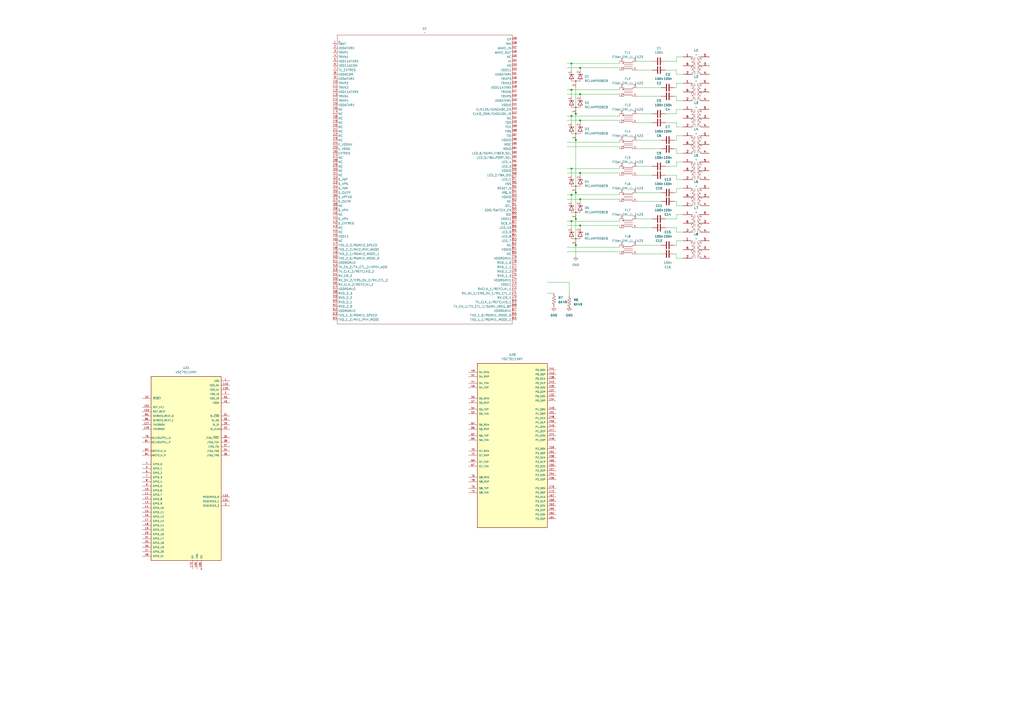
<source format=kicad_sch>
(kicad_sch (version 20250114) (generator "eeschema") (generator_version "9.0")
  (paper "A2")
  (lib_symbols
    (symbol "Device:C" (pin_numbers (hide yes)) (pin_names (offset 0.254))
      (property "Reference" "C" (at 0.635 2.54 0))
      (property "Value" "C" (at 0.635 -2.54 0))
      (symbol "C_1_1"
        (pin passive line (at 0 3.81 270) (length 2.794) (name "~") (number "1"))
        (pin passive line (at 0 -3.81 90) (length 2.794) (name "~") (number "2"))
      )
    )
    (symbol "Device:Filter_EMI_LL_1423" (pin_names (hide yes))
      (property "Reference" "FL" (at 0 4.445 0))
      (property "Value" "Filter_EMI_LL_1423" (at 0 -4.445 0))
      (symbol "Filter_EMI_LL_1423_1_1"
        (pin passive line (at -5.08 2.54 0) (length 2.54) (name "2") (number "2"))
        (pin passive line (at -5.08 -2.54 0) (length 2.54) (name "1") (number "1"))
        (pin passive line (at 5.08 2.54 180) (length 2.54) (name "3") (number "3"))
        (pin passive line (at 5.08 -2.54 180) (length 2.54) (name "4") (number "4"))
      )
    )
    (symbol "Device:R_US" (pin_numbers (hide yes)) (pin_names (offset 0))
      (property "Reference" "R" (at 2.54 0 90))
      (property "Value" "R_US" (at -2.54 0 90))
      (symbol "R_US_1_1"
        (pin passive line (at 0 3.81 270) (length 1.27) (name "~") (number "1"))
        (pin passive line (at 0 -3.81 90) (length 1.27) (name "~") (number "2"))
      )
    )
    (symbol "EasyEDA_Lib:GA021G00_C7501941"
      (property "Reference" "L" (at 0 0 0))
      (symbol "GA021G00_C7501941_1_0"
        (pin unspecified line (at -7.62 5.08 0) (length 5.08) (name "1") (number "1"))
        (pin unspecified line (at -7.62 0 0) (length 5.08) (name "6") (number "6"))
        (pin unspecified line (at -7.62 -5.08 0) (length 5.08) (name "2") (number "2"))
        (pin unspecified line (at 7.62 5.08 180) (length 5.08) (name "5") (number "5"))
        (pin unspecified line (at 7.62 0 180) (length 5.08) (name "3") (number "3"))
        (pin unspecified line (at 7.62 -5.08 180) (length 5.08) (name "4") (number "4"))
      )
    )
    (symbol "EasyEDA_Lib:LAN9373-I/ZMX"
      (property "Reference" "U" (at 0 0 0))
      (symbol "LAN9373-I/ZMX_1_0"
        (pin unspecified line (at -53.34 78.74 0) (length 2.54) (name "VBAT") (number "1"))
        (pin unspecified line (at -53.34 76.2 0) (length 2.54) (name "VDDATXRX") (number "2"))
        (pin unspecified line (at -53.34 73.66 0) (length 2.54) (name "TRXP1") (number "3"))
        (pin unspecified line (at -53.34 71.12 0) (length 2.54) (name "TRXN1") (number "4"))
        (pin unspecified line (at -53.34 68.58 0) (length 2.54) (name "VDD11ATXRX") (number "5"))
        (pin unspecified line (at -53.34 66.04 0) (length 2.54) (name "VDD11ACOM") (number "6"))
        (pin unspecified line (at -53.34 63.5 0) (length 2.54) (name "T1_EXTRES") (number "7"))
        (pin unspecified line (at -53.34 60.96 0) (length 2.54) (name "VDDACOM") (number "8"))
        (pin unspecified line (at -53.34 58.42 0) (length 2.54) (name "VDDATXRX") (number "9"))
        (pin unspecified line (at -53.34 55.88 0) (length 2.54) (name "TRXP2") (number "10"))
        (pin unspecified line (at -53.34 53.34 0) (length 2.54) (name "TRXN2") (number "11"))
        (pin unspecified line (at -53.34 50.8 0) (length 2.54) (name "VDD11ATXRX") (number "12"))
        (pin unspecified line (at -53.34 48.26 0) (length 2.54) (name "TRXN4") (number "13"))
        (pin unspecified line (at -53.34 45.72 0) (length 2.54) (name "TRXP4") (number "14"))
        (pin unspecified line (at -53.34 43.18 0) (length 2.54) (name "VDDATXRX") (number "15"))
        (pin unspecified line (at -53.34 40.64 0) (length 2.54) (name "NC") (number "16"))
        (pin unspecified line (at -53.34 38.1 0) (length 2.54) (name "NC") (number "17"))
        (pin unspecified line (at -53.34 35.56 0) (length 2.54) (name "NC") (number "18"))
        (pin unspecified line (at -53.34 33.02 0) (length 2.54) (name "NC") (number "19"))
        (pin unspecified line (at -53.34 30.48 0) (length 2.54) (name "NC") (number "20"))
        (pin unspecified line (at -53.34 27.94 0) (length 2.54) (name "NC") (number "21"))
        (pin unspecified line (at -53.34 25.4 0) (length 2.54) (name "NC") (number "22"))
        (pin unspecified line (at -53.34 22.86 0) (length 2.54) (name "NC") (number "23"))
        (pin unspecified line (at -53.34 20.32 0) (length 2.54) (name "E_VDDHV") (number "24"))
        (pin unspecified line (at -53.34 17.78 0) (length 2.54) (name "E_VDDA") (number "25"))
        (pin unspecified line (at -53.34 15.24 0) (length 2.54) (name "EXTRES") (number "26"))
        (pin unspecified line (at -53.34 12.7 0) (length 2.54) (name "NC") (number "27"))
        (pin unspecified line (at -53.34 10.16 0) (length 2.54) (name "NC") (number "28"))
        (pin unspecified line (at -53.34 7.62 0) (length 2.54) (name "NC") (number "29"))
        (pin unspecified line (at -53.34 5.08 0) (length 2.54) (name "NC") (number "30"))
        (pin unspecified line (at -53.34 2.54 0) (length 2.54) (name "NC") (number "31"))
        (pin unspecified line (at -53.34 0 0) (length 2.54) (name "S_INP") (number "32"))
        (pin unspecified line (at -53.34 -2.54 0) (length 2.54) (name "S_VPS") (number "33"))
        (pin unspecified line (at -53.34 -5.08 0) (length 2.54) (name "S_INM") (number "34"))
        (pin unspecified line (at -53.34 -7.62 0) (length 2.54) (name "S_OUTP") (number "35"))
        (pin unspecified line (at -53.34 -10.16 0) (length 2.54) (name "S_VPTX0") (number "36"))
        (pin unspecified line (at -53.34 -12.7 0) (length 2.54) (name "S_OUTM") (number "37"))
        (pin unspecified line (at -53.34 -15.24 0) (length 2.54) (name "NC") (number "38"))
        (pin unspecified line (at -53.34 -17.78 0) (length 2.54) (name "S_VPH") (number "39"))
        (pin unspecified line (at -53.34 -20.32 0) (length 2.54) (name "NC") (number "40"))
        (pin unspecified line (at -53.34 -22.86 0) (length 2.54) (name "S_VPH") (number "41"))
        (pin unspecified line (at -53.34 -25.4 0) (length 2.54) (name "S_EXTRES") (number "42"))
        (pin unspecified line (at -53.34 -27.94 0) (length 2.54) (name "NC") (number "43"))
        (pin unspecified line (at -53.34 -30.48 0) (length 2.54) (name "NC") (number "44"))
        (pin unspecified line (at -53.34 -33.02 0) (length 2.54) (name "VDD11") (number "45"))
        (pin unspecified line (at -53.34 -35.56 0) (length 2.54) (name "NC") (number "46"))
        (pin unspecified line (at -53.34 -38.1 0) (length 2.54) (name "TXD_2_3/RGMII2_SPEED") (number "47"))
        (pin unspecified line (at -53.34 -40.64 0) (length 2.54) (name "TXD_2_2/MII2_PHY_MODE") (number "48"))
        (pin unspecified line (at -53.34 -43.18 0) (length 2.54) (name "TXD_2_1/RGMII2_MODE_1") (number "49"))
        (pin unspecified line (at -53.34 -45.72 0) (length 2.54) (name "TXD_2_0/RGMII2_MODE_0") (number "50"))
        (pin unspecified line (at -53.34 -48.26 0) (length 2.54) (name "VDDRGMII2") (number "51"))
        (pin unspecified line (at -53.34 -50.8 0) (length 2.54) (name "TX_EN_2/TX_CTL_2/VPHY_ADD") (number "52"))
        (pin unspecified line (at -53.34 -53.34 0) (length 2.54) (name "TX_CLK_2/REFCLKO_2") (number "53"))
        (pin unspecified line (at -53.34 -55.88 0) (length 2.54) (name "RX_ER_2") (number "54"))
        (pin unspecified line (at -53.34 -58.42 0) (length 2.54) (name "RX_DV_2/CRS_DV_2/RX_CTL_2") (number "55"))
        (pin unspecified line (at -53.34 -60.96 0) (length 2.54) (name "RX_CLK_2/REFCLKI_2") (number "56"))
        (pin unspecified line (at -53.34 -63.5 0) (length 2.54) (name "VDDRGMII2") (number "57"))
        (pin unspecified line (at -53.34 -66.04 0) (length 2.54) (name "RXD_2_3") (number "58"))
        (pin unspecified line (at -53.34 -68.58 0) (length 2.54) (name "RXD_2_2") (number "59"))
        (pin unspecified line (at -53.34 -71.12 0) (length 2.54) (name "RXD_2_1") (number "60"))
        (pin unspecified line (at -53.34 -73.66 0) (length 2.54) (name "RXD_2_0") (number "61"))
        (pin unspecified line (at -53.34 -76.2 0) (length 2.54) (name "VDDRGMII2") (number "62"))
        (pin unspecified line (at -53.34 -78.74 0) (length 2.54) (name "TXD_1_3/RGMII1_SPEED") (number "63"))
        (pin unspecified line (at -53.34 -81.28 0) (length 2.54) (name "TXD_1_2/MII1_PHY_MODE") (number "64"))
        (pin unspecified line (at 53.34 81.28 180) (length 2.54) (name "EP") (number "129"))
        (pin unspecified line (at 53.34 78.74 180) (length 2.54) (name "INH") (number "128"))
        (pin unspecified line (at 53.34 76.2 180) (length 2.54) (name "WAKE_IN") (number "127"))
        (pin unspecified line (at 53.34 73.66 180) (length 2.54) (name "WAKE_OUT") (number "126"))
        (pin unspecified line (at 53.34 71.12 180) (length 2.54) (name "NC") (number "125"))
        (pin unspecified line (at 53.34 68.58 180) (length 2.54) (name "XI") (number "124"))
        (pin unspecified line (at 53.34 66.04 180) (length 2.54) (name "XO") (number "123"))
        (pin unspecified line (at 53.34 63.5 180) (length 2.54) (name "VDD11") (number "122"))
        (pin unspecified line (at 53.34 60.96 180) (length 2.54) (name "VDDATXRX") (number "121"))
        (pin unspecified line (at 53.34 58.42 180) (length 2.54) (name "TRXP3") (number "120"))
        (pin unspecified line (at 53.34 55.88 180) (length 2.54) (name "TRXN3") (number "119"))
        (pin unspecified line (at 53.34 53.34 180) (length 2.54) (name "VDD11ATXRX") (number "118"))
        (pin unspecified line (at 53.34 50.8 180) (length 2.54) (name "TRXN5") (number "117"))
        (pin unspecified line (at 53.34 48.26 180) (length 2.54) (name "TRXP5") (number "116"))
        (pin unspecified line (at 53.34 45.72 180) (length 2.54) (name "VDDATXRX") (number "115"))
        (pin unspecified line (at 53.34 43.18 180) (length 2.54) (name "VDDIO") (number "114"))
        (pin unspecified line (at 53.34 40.64 180) (length 2.54) (name "CLK125/CASCADE_EN") (number "113"))
        (pin unspecified line (at 53.34 38.1 180) (length 2.54) (name "CLKO_25M/CASCADE_ID") (number "112"))
        (pin unspecified line (at 53.34 35.56 180) (length 2.54) (name "NC") (number "111"))
        (pin unspecified line (at 53.34 33.02 180) (length 2.54) (name "TDO") (number "110"))
        (pin unspecified line (at 53.34 30.48 180) (length 2.54) (name "TCK") (number "109"))
        (pin unspecified line (at 53.34 27.94 180) (length 2.54) (name "TMS") (number "108"))
        (pin unspecified line (at 53.34 25.4 180) (length 2.54) (name "TDI") (number "107"))
        (pin unspecified line (at 53.34 22.86 180) (length 2.54) (name "VDDIO") (number "106"))
        (pin unspecified line (at 53.34 20.32 180) (length 2.54) (name "MDC") (number "105"))
        (pin unspecified line (at 53.34 17.78 180) (length 2.54) (name "MDIO") (number "104"))
        (pin unspecified line (at 53.34 15.24 180) (length 2.54) (name "LED_6/SGMII_FIBER_SEL") (number "103"))
        (pin unspecified line (at 53.34 12.7 180) (length 2.54) (name "LED_5/IBA_PORT_SEL") (number "102"))
        (pin unspecified line (at 53.34 10.16 180) (length 2.54) (name "LED_4") (number "101"))
        (pin unspecified line (at 53.34 7.62 180) (length 2.54) (name "LED_3") (number "100"))
        (pin unspecified line (at 53.34 5.08 180) (length 2.54) (name "VDDIO") (number "99"))
        (pin unspecified line (at 53.34 2.54 180) (length 2.54) (name "LED_2/IBA_DIS") (number "98"))
        (pin unspecified line (at 53.34 0 180) (length 2.54) (name "LED_1") (number "97"))
        (pin unspecified line (at 53.34 -2.54 180) (length 2.54) (name "VSS") (number "96"))
        (pin unspecified line (at 53.34 -5.08 180) (length 2.54) (name "RESET_N") (number "95"))
        (pin unspecified line (at 53.34 -7.62 180) (length 2.54) (name "IRQ_N") (number "94"))
        (pin unspecified line (at 53.34 -10.16 180) (length 2.54) (name "VDDIO") (number "93"))
        (pin unspecified line (at 53.34 -12.7 180) (length 2.54) (name "NC") (number "92"))
        (pin unspecified line (at 53.34 -15.24 180) (length 2.54) (name "SCL") (number "91"))
        (pin unspecified line (at 53.34 -17.78 180) (length 2.54) (name "SDO/SWITCH_EN") (number "90"))
        (pin unspecified line (at 53.34 -20.32 180) (length 2.54) (name "SDI") (number "89"))
        (pin unspecified line (at 53.34 -22.86 180) (length 2.54) (name "VDD11") (number "88"))
        (pin unspecified line (at 53.34 -25.4 180) (length 2.54) (name "SCS_N") (number "87"))
        (pin unspecified line (at 53.34 -27.94 180) (length 2.54) (name "LED_10") (number "86"))
        (pin unspecified line (at 53.34 -30.48 180) (length 2.54) (name "LED_9") (number "85"))
        (pin unspecified line (at 53.34 -33.02 180) (length 2.54) (name "LED_8") (number "84"))
        (pin unspecified line (at 53.34 -35.56 180) (length 2.54) (name "LED_7") (number "83"))
        (pin unspecified line (at 53.34 -38.1 180) (length 2.54) (name "NC") (number "82"))
        (pin unspecified line (at 53.34 -40.64 180) (length 2.54) (name "VDDIO") (number "81"))
        (pin unspecified line (at 53.34 -43.18 180) (length 2.54) (name "NC") (number "80"))
        (pin unspecified line (at 53.34 -45.72 180) (length 2.54) (name "VDDRGMII1") (number "79"))
        (pin unspecified line (at 53.34 -48.26 180) (length 2.54) (name "RXD_1_0") (number "78"))
        (pin unspecified line (at 53.34 -50.8 180) (length 2.54) (name "RXD_1_1") (number "77"))
        (pin unspecified line (at 53.34 -53.34 180) (length 2.54) (name "RXD_1_2") (number "76"))
        (pin unspecified line (at 53.34 -55.88 180) (length 2.54) (name "RXD_1_3") (number "75"))
        (pin unspecified line (at 53.34 -58.42 180) (length 2.54) (name "VDDRGMII1") (number "74"))
        (pin unspecified line (at 53.34 -60.96 180) (length 2.54) (name "VDD11") (number "73"))
        (pin unspecified line (at 53.34 -63.5 180) (length 2.54) (name "RXCLK_1/REFCLKI_1") (number "72"))
        (pin unspecified line (at 53.34 -66.04 180) (length 2.54) (name "RX_DV_1/CRS_DV_1/RX_CTL_1") (number "71"))
        (pin unspecified line (at 53.34 -68.58 180) (length 2.54) (name "RX_ER_1") (number "70"))
        (pin unspecified line (at 53.34 -71.12 180) (length 2.54) (name "TX_CLK_1/REFCLKO_1") (number "69"))
        (pin unspecified line (at 53.34 -73.66 180) (length 2.54) (name "TX_EN_1/TX_CTL_1/SGMII_VREG_BP") (number "68"))
        (pin unspecified line (at 53.34 -76.2 180) (length 2.54) (name "VDDRGMII1") (number "67"))
        (pin unspecified line (at 53.34 -78.74 180) (length 2.54) (name "TXD_1_0/RGMII1_MODE_0") (number "66"))
        (pin unspecified line (at 53.34 -81.28 180) (length 2.54) (name "TXD_1_1/RGMII1_MODE_1") (number "65"))
      )
    )
    (symbol "Power_Protection:RCLAMP0582B" (pin_names (hide yes))
      (property "Reference" "D" (at 0 5.08 0))
      (property "Value" "RCLAMP0582B" (at 0 -5.08 0))
      (symbol "RCLAMP0582B_0_1"
        (pin passive line (at -5.08 0 0) (length 2.54) (name "A") (number "3"))
      )
      (symbol "RCLAMP0582B_1_1"
        (pin passive line (at 5.08 2.54 180) (length 2.54) (name "K1") (number "1"))
        (pin passive line (at 5.08 -2.54 180) (length 2.54) (name "K2") (number "2"))
      )
    )
    (symbol "SPE_SWITCH:VSC7511XMY" (pin_names (offset 1.016))
      (property "Reference" "U" (at -20.32 56.642 0))
      (property "Value" "VSC7511XMY" (at -20.066 -53.594 0))
      (symbol "VSC7511XMY_1_0"
        (pin input line (at -25.4 43.18 0) (length 5.08) (name "~{RESET}") (number "33"))
        (pin input line (at -25.4 38.1 0) (length 5.08) (name "REF_FILT") (number "152"))
        (pin input line (at -25.4 35.56 0) (length 5.08) (name "REF_REXT") (number "153"))
        (pin input line (at -25.4 33.02 0) (length 5.08) (name "SERDES_REXT_0") (number "85"))
        (pin input line (at -25.4 30.48 0) (length 5.08) (name "SERDES_REXT_1") (number "86"))
        (pin input line (at -25.4 27.94 0) (length 5.08) (name "THERMDA") (number "127"))
        (pin input line (at -25.4 25.4 0) (length 5.08) (name "THERMDC") (number "129"))
        (pin input clock (at -25.4 20.32 0) (length 5.08) (name "CLKOUTPLL_N") (number "79"))
        (pin input clock (at -25.4 17.78 0) (length 5.08) (name "CLKOUTPLL_P") (number "81"))
        (pin input clock (at -25.4 12.7 0) (length 5.08) (name "REFCLK_N") (number "82"))
        (pin input clock (at -25.4 10.16 0) (length 5.08) (name "REFCLK_P") (number "84"))
        (pin bidirectional line (at -25.4 5.08 0) (length 5.08) (name "GPIO_0") (number "4"))
        (pin bidirectional line (at -25.4 2.54 0) (length 5.08) (name "GPIO_1") (number "5"))
        (pin bidirectional line (at -25.4 0 0) (length 5.08) (name "GPIO_2") (number "6"))
        (pin bidirectional line (at -25.4 -2.54 0) (length 5.08) (name "GPIO_3") (number "7"))
        (pin bidirectional line (at -25.4 -5.08 0) (length 5.08) (name "GPIO_4") (number "8"))
        (pin bidirectional line (at -25.4 -7.62 0) (length 5.08) (name "GPIO_5") (number "9"))
        (pin bidirectional line (at -25.4 -10.16 0) (length 5.08) (name "GPIO_6") (number "10"))
        (pin bidirectional line (at -25.4 -12.7 0) (length 5.08) (name "GPIO_7") (number "11"))
        (pin bidirectional line (at -25.4 -15.24 0) (length 5.08) (name "GPIO_8") (number "12"))
        (pin bidirectional line (at -25.4 -17.78 0) (length 5.08) (name "GPIO_9") (number "13"))
        (pin bidirectional line (at -25.4 -20.32 0) (length 5.08) (name "GPIO_10") (number "14"))
        (pin bidirectional line (at -25.4 -22.86 0) (length 5.08) (name "GPIO_11") (number "15"))
        (pin bidirectional line (at -25.4 -25.4 0) (length 5.08) (name "GPIO_12") (number "16"))
        (pin bidirectional line (at -25.4 -27.94 0) (length 5.08) (name "GPIO_13") (number "17"))
        (pin bidirectional line (at -25.4 -30.48 0) (length 5.08) (name "GPIO_14") (number "18"))
        (pin bidirectional line (at -25.4 -33.02 0) (length 5.08) (name "GPIO_15") (number "19"))
        (pin bidirectional line (at -25.4 -35.56 0) (length 5.08) (name "GPIO_16") (number "20"))
        (pin bidirectional line (at -25.4 -38.1 0) (length 5.08) (name "GPIO_17") (number "21"))
        (pin bidirectional line (at -25.4 -40.64 0) (length 5.08) (name "GPIO_18") (number "25"))
        (pin bidirectional line (at -25.4 -43.18 0) (length 5.08) (name "GPIO_19") (number "26"))
        (pin bidirectional line (at -25.4 -45.72 0) (length 5.08) (name "GPIO_20") (number "27"))
        (pin bidirectional line (at -25.4 -48.26 0) (length 5.08) (name "GPIO_21") (number "28"))
        (pin power_in line (at 3.81 -55.88 90) (length 5.08) (name "EP") (number "173"))
        (pin power_in line (at 6.35 -55.88 90) (length 5.08) (name "VSS") (number "109"))
        (pin power_in line (at 6.35 -55.88 90) (length 5.08) (hide yes) (name "VSS") (number "119"))
        (pin no_connect line (at 8.89 -55.88 90) (length 5.08) (name "NC") (number "106"))
        (pin no_connect line (at 8.89 -55.88 90) (length 5.08) (hide yes) (name "NC") (number "111"))
        (pin no_connect line (at 8.89 -55.88 90) (length 5.08) (hide yes) (name "NC") (number "113"))
        (pin no_connect line (at 8.89 -55.88 90) (length 5.08) (hide yes) (name "NC") (number "115"))
        (pin no_connect line (at 8.89 -55.88 90) (length 5.08) (hide yes) (name "NC") (number "117"))
        (pin no_connect line (at 8.89 -55.88 90) (length 5.08) (hide yes) (name "NC") (number "121"))
        (pin no_connect line (at 8.89 -55.88 90) (length 5.08) (hide yes) (name "NC") (number "123"))
        (pin no_connect line (at 8.89 -55.88 90) (length 5.08) (hide yes) (name "NC") (number "124"))
        (pin no_connect line (at 8.89 -55.88 90) (length 5.08) (hide yes) (name "NC") (number "125"))
        (pin no_connect line (at 8.89 -55.88 90) (length 5.08) (hide yes) (name "NC") (number "126"))
        (pin no_connect line (at 8.89 -55.88 90) (length 5.08) (hide yes) (name "NC") (number "128"))
        (pin no_connect line (at 8.89 -55.88 90) (length 5.08) (hide yes) (name "NC") (number "171"))
        (pin no_connect line (at 8.89 -55.88 90) (length 5.08) (hide yes) (name "NC") (number "45"))
        (pin no_connect line (at 8.89 -55.88 90) (length 5.08) (hide yes) (name "NC") (number "53"))
        (pin no_connect line (at 8.89 -55.88 90) (length 5.08) (hide yes) (name "NC") (number "71"))
        (pin no_connect line (at 8.89 -55.88 90) (length 5.08) (hide yes) (name "NC") (number "87"))
        (pin no_connect line (at 8.89 -55.88 90) (length 5.08) (hide yes) (name "NC") (number "88"))
        (pin no_connect line (at 8.89 -55.88 90) (length 5.08) (hide yes) (name "NC") (number "89"))
        (pin no_connect line (at 8.89 -55.88 90) (length 5.08) (hide yes) (name "NC") (number "90"))
        (pin no_connect line (at 8.89 -55.88 90) (length 5.08) (hide yes) (name "NC") (number "91"))
        (pin no_connect line (at 8.89 -55.88 90) (length 5.08) (hide yes) (name "NC") (number "94"))
        (pin power_in line (at 25.4 53.34 180) (length 5.08) (name "VDD") (number "1"))
        (pin power_in line (at 25.4 53.34 180) (length 5.08) (hide yes) (name "VDD") (number "100"))
        (pin power_in line (at 25.4 53.34 180) (length 5.08) (hide yes) (name "VDD") (number "101"))
        (pin power_in line (at 25.4 53.34 180) (length 5.08) (hide yes) (name "VDD") (number "102"))
        (pin power_in line (at 25.4 53.34 180) (length 5.08) (hide yes) (name "VDD") (number "103"))
        (pin power_in line (at 25.4 53.34 180) (length 5.08) (hide yes) (name "VDD") (number "104"))
        (pin power_in line (at 25.4 53.34 180) (length 5.08) (hide yes) (name "VDD") (number "105"))
        (pin power_in line (at 25.4 53.34 180) (length 5.08) (hide yes) (name "VDD") (number "107"))
        (pin power_in line (at 25.4 53.34 180) (length 5.08) (hide yes) (name "VDD") (number "108"))
        (pin power_in line (at 25.4 53.34 180) (length 5.08) (hide yes) (name "VDD") (number "110"))
        (pin power_in line (at 25.4 53.34 180) (length 5.08) (hide yes) (name "VDD") (number "112"))
        (pin power_in line (at 25.4 53.34 180) (length 5.08) (hide yes) (name "VDD") (number "114"))
        (pin power_in line (at 25.4 53.34 180) (length 5.08) (hide yes) (name "VDD") (number "116"))
        (pin power_in line (at 25.4 53.34 180) (length 5.08) (hide yes) (name "VDD") (number "118"))
        (pin power_in line (at 25.4 53.34 180) (length 5.08) (hide yes) (name "VDD") (number "120"))
        (pin power_in line (at 25.4 53.34 180) (length 5.08) (hide yes) (name "VDD") (number "122"))
        (pin power_in line (at 25.4 53.34 180) (length 5.08) (hide yes) (name "VDD") (number "130"))
        (pin power_in line (at 25.4 53.34 180) (length 5.08) (hide yes) (name "VDD") (number "136"))
        (pin power_in line (at 25.4 53.34 180) (length 5.08) (hide yes) (name "VDD") (number "23"))
        (pin power_in line (at 25.4 53.34 180) (length 5.08) (hide yes) (name "VDD") (number "43"))
        (pin power_in line (at 25.4 53.34 180) (length 5.08) (hide yes) (name "VDD") (number "47"))
        (pin power_in line (at 25.4 53.34 180) (length 5.08) (hide yes) (name "VDD") (number "61"))
        (pin power_in line (at 25.4 53.34 180) (length 5.08) (hide yes) (name "VDD") (number "83"))
        (pin power_in line (at 25.4 53.34 180) (length 5.08) (hide yes) (name "VDD") (number "92"))
        (pin power_in line (at 25.4 53.34 180) (length 5.08) (hide yes) (name "VDD") (number "93"))
        (pin power_in line (at 25.4 53.34 180) (length 5.08) (hide yes) (name "VDD") (number "95"))
        (pin power_in line (at 25.4 53.34 180) (length 5.08) (hide yes) (name "VDD") (number "96"))
        (pin power_in line (at 25.4 53.34 180) (length 5.08) (hide yes) (name "VDD") (number "97"))
        (pin power_in line (at 25.4 53.34 180) (length 5.08) (hide yes) (name "VDD") (number "98"))
        (pin power_in line (at 25.4 53.34 180) (length 5.08) (hide yes) (name "VDD") (number "99"))
        (pin power_in line (at 25.4 50.8 180) (length 5.08) (name "VDD_AH") (number "140"))
        (pin power_in line (at 25.4 50.8 180) (length 5.08) (hide yes) (name "VDD_AH") (number "166"))
        (pin power_in line (at 25.4 48.26 180) (length 5.08) (name "VDD_AL") (number "139"))
        (pin power_in line (at 25.4 48.26 180) (length 5.08) (hide yes) (name "VDD_AL") (number "168"))
        (pin power_in line (at 25.4 45.72 180) (length 5.08) (name "VDD_IO") (number "2"))
        (pin power_in line (at 25.4 45.72 180) (length 5.08) (hide yes) (name "VDD_IO") (number "22"))
        (pin power_in line (at 25.4 45.72 180) (length 5.08) (hide yes) (name "VDD_IO") (number "24"))
        (pin power_in line (at 25.4 45.72 180) (length 5.08) (hide yes) (name "VDD_IO") (number "39"))
        (pin power_in line (at 25.4 45.72 180) (length 5.08) (hide yes) (name "VDD_IO") (number "59"))
        (pin power_in line (at 25.4 45.72 180) (length 5.08) (hide yes) (name "VDD_IO") (number "80"))
        (pin power_in line (at 25.4 43.18 180) (length 5.08) (name "VDD_VS") (number "50"))
        (pin power_in line (at 25.4 43.18 180) (length 5.08) (hide yes) (name "VDD_VS") (number "56"))
        (pin power_in line (at 25.4 43.18 180) (length 5.08) (hide yes) (name "VDD_VS") (number "63"))
        (pin power_in line (at 25.4 43.18 180) (length 5.08) (hide yes) (name "VDD_VS") (number "68"))
        (pin power_in line (at 25.4 43.18 180) (length 5.08) (hide yes) (name "VDD_VS") (number "74"))
        (pin power_in line (at 25.4 40.64 180) (length 5.08) (name "VDDA") (number "40"))
        (pin power_in line (at 25.4 40.64 180) (length 5.08) (hide yes) (name "VDDA") (number "41"))
        (pin power_in line (at 25.4 40.64 180) (length 5.08) (hide yes) (name "VDDA") (number "42"))
        (pin power_in line (at 25.4 40.64 180) (length 5.08) (hide yes) (name "VDDA") (number "48"))
        (pin power_in line (at 25.4 40.64 180) (length 5.08) (hide yes) (name "VDDA") (number "58"))
        (pin power_in line (at 25.4 40.64 180) (length 5.08) (hide yes) (name "VDDA") (number "65"))
        (pin power_in line (at 25.4 40.64 180) (length 5.08) (hide yes) (name "VDDA") (number "77"))
        (pin bidirectional line (at 25.4 33.02 180) (length 5.08) (name "SI_~{CS0}") (number "31"))
        (pin output line (at 25.4 30.48 180) (length 5.08) (name "SI_DO") (number "30"))
        (pin input line (at 25.4 27.94 180) (length 5.08) (name "SI_DI") (number "29"))
        (pin bidirectional clock (at 25.4 25.4 180) (length 5.08) (name "SI_CLK") (number "32"))
        (pin input line (at 25.4 20.32 180) (length 5.08) (name "JTAG_~{TRST}") (number "35"))
        (pin input line (at 25.4 17.78 180) (length 5.08) (name "JTAG_TCK") (number "38"))
        (pin input line (at 25.4 15.24 180) (length 5.08) (name "JTAG_TDI") (number "37"))
        (pin output line (at 25.4 12.7 180) (length 5.08) (name "JTAG_TDO") (number "34"))
        (pin input line (at 25.4 10.16 180) (length 5.08) (name "JTAG_TMS") (number "36"))
        (pin bidirectional line (at 25.4 -13.97 180) (length 5.08) (name "RESERVED_0") (number "133"))
        (pin bidirectional line (at 25.4 -16.51 180) (length 5.08) (name "RESERVED_1") (number "131"))
        (pin bidirectional line (at 25.4 -19.05 180) (length 5.08) (name "RESERVED_3") (number "3"))
      )
      (symbol "VSC7511XMY_2_0"
        (pin input line (at -25.4 38.1 0) (length 5.08) (name "S4_RXN") (number "49"))
        (pin input line (at -25.4 35.56 0) (length 5.08) (name "S4_RXP") (number "51"))
        (pin output line (at -25.4 31.75 0) (length 5.08) (name "S4_TXN") (number "44"))
        (pin output line (at -25.4 29.21 0) (length 5.08) (name "S4_TXP") (number "46"))
        (pin input line (at -25.4 22.86 0) (length 5.08) (name "S5_RXN") (number "55"))
        (pin input line (at -25.4 20.32 0) (length 5.08) (name "S5_RXP") (number "57"))
        (pin output line (at -25.4 16.51 0) (length 5.08) (name "S5_TXP") (number "54"))
        (pin output line (at -25.4 13.97 0) (length 5.08) (name "S5_TXN") (number "52"))
        (pin input line (at -25.4 7.62 0) (length 5.08) (name "S6_RXN") (number "64"))
        (pin input line (at -25.4 5.08 0) (length 5.08) (name "S6_RXP") (number "66"))
        (pin output line (at -25.4 1.27 0) (length 5.08) (name "S6_TXP") (number "62"))
        (pin output line (at -25.4 -1.27 0) (length 5.08) (name "S6_TXN") (number "60"))
        (pin input line (at -25.4 -7.62 0) (length 5.08) (name "S7_RXN") (number "70"))
        (pin input line (at -25.4 -10.16 0) (length 5.08) (name "S7_RXP") (number "72"))
        (pin output line (at -25.4 -13.97 0) (length 5.08) (name "S7_TXP") (number "69"))
        (pin output line (at -25.4 -16.51 0) (length 5.08) (name "S7_TXN") (number "67"))
        (pin input line (at -25.4 -22.86 0) (length 5.08) (name "S8_RXN") (number "76"))
        (pin input line (at -25.4 -25.4 0) (length 5.08) (name "S8_RXP") (number "78"))
        (pin output line (at -25.4 -29.21 0) (length 5.08) (name "S8_TXP") (number "75"))
        (pin output line (at -25.4 -31.75 0) (length 5.08) (name "S8_TXN") (number "73"))
        (pin bidirectional line (at 25.4 39.37 180) (length 5.08) (name "P0_D0N") (number "141"))
        (pin bidirectional line (at 25.4 36.83 180) (length 5.08) (name "P0_D0P") (number "143"))
        (pin bidirectional line (at 25.4 34.29 180) (length 5.08) (name "P0_D1N") (number "138"))
        (pin bidirectional line (at 25.4 31.75 180) (length 5.08) (name "P0_D1P") (number "142"))
        (pin bidirectional line (at 25.4 29.21 180) (length 5.08) (name "P0_D2N") (number "135"))
        (pin bidirectional line (at 25.4 26.67 180) (length 5.08) (name "P0_D2P") (number "137"))
        (pin bidirectional line (at 25.4 24.13 180) (length 5.08) (name "P0_D3N") (number "132"))
        (pin bidirectional line (at 25.4 21.59 180) (length 5.08) (name "P0_D3P") (number "134"))
        (pin bidirectional line (at 25.4 16.51 180) (length 5.08) (name "P1_D0N") (number "149"))
        (pin bidirectional line (at 25.4 13.97 180) (length 5.08) (name "P1_D0P") (number "151"))
        (pin bidirectional line (at 25.4 11.43 180) (length 5.08) (name "P1_D1N") (number "148"))
        (pin bidirectional line (at 25.4 8.89 180) (length 5.08) (name "P1_D1P") (number "150"))
        (pin bidirectional line (at 25.4 6.35 180) (length 5.08) (name "P1_D2N") (number "145"))
        (pin bidirectional line (at 25.4 3.81 180) (length 5.08) (name "P1_D2P") (number "147"))
        (pin bidirectional line (at 25.4 1.27 180) (length 5.08) (name "P1_D3N") (number "144"))
        (pin bidirectional line (at 25.4 -1.27 180) (length 5.08) (name "P1_D3P") (number "146"))
        (pin bidirectional line (at 25.4 -6.35 180) (length 5.08) (name "P2_D0N") (number "159"))
        (pin bidirectional line (at 25.4 -8.89 180) (length 5.08) (name "P2_D0P") (number "161"))
        (pin bidirectional line (at 25.4 -11.43 180) (length 5.08) (name "P2_D1N") (number "158"))
        (pin bidirectional line (at 25.4 -13.97 180) (length 5.08) (name "P2_D1P") (number "160"))
        (pin bidirectional line (at 25.4 -16.51 180) (length 5.08) (name "P2_D2N") (number "155"))
        (pin bidirectional line (at 25.4 -19.05 180) (length 5.08) (name "P2_D2P") (number "157"))
        (pin bidirectional line (at 25.4 -21.59 180) (length 5.08) (name "P2_D3N") (number "154"))
        (pin bidirectional line (at 25.4 -24.13 180) (length 5.08) (name "P2_D3P") (number "156"))
        (pin bidirectional line (at 25.4 -29.21 180) (length 5.08) (name "P3_D0N") (number "170"))
        (pin bidirectional line (at 25.4 -31.75 180) (length 5.08) (name "P3_D0P") (number "172"))
        (pin bidirectional line (at 25.4 -34.29 180) (length 5.08) (name "P3_D1N") (number "167"))
        (pin bidirectional line (at 25.4 -36.83 180) (length 5.08) (name "P3_D1P") (number "169"))
        (pin bidirectional line (at 25.4 -39.37 180) (length 5.08) (name "P3_D2N") (number "163"))
        (pin bidirectional line (at 25.4 -41.91 180) (length 5.08) (name "P3_D2P") (number "165"))
        (pin bidirectional line (at 25.4 -44.45 180) (length 5.08) (name "P3_D3N") (number "162"))
        (pin bidirectional line (at 25.4 -46.99 180) (length 5.08) (name "P3_D3P") (number "164"))
      )
    )
    (symbol "power:GND" (power) (pin_numbers (hide yes)) (pin_names (offset 0) (hide yes))
      (property "Value" "GND" (at 0 -3.81 0))
      (symbol "GND_1_1"
        (pin power_in line (at 0 0 270) (length 0) (name "~") (number "1"))
      )
    )
  )
  (junction (at 331.47 52.07))
  (junction (at 334.01 142.24))
  (junction (at 336.55 54.61))
  (junction (at 331.47 36.83))
  (junction (at 331.47 128.27))
  (junction (at 331.47 113.03))
  (junction (at 334.01 111.76))
  (junction (at 334.01 66.04))
  (junction (at 336.55 130.81))
  (junction (at 336.55 69.85))
  (junction (at 334.01 127))
  (junction (at 336.55 100.33))
  (junction (at 336.55 115.57))
  (junction (at 336.55 39.37))
  (junction (at 334.01 81.28))
  (junction (at 331.47 67.31))
  (junction (at 331.47 97.79))
  (wire (pts (xy 359.41 52.07) (xy 331.47 52.07)))
  (wire (pts (xy 331.47 67.31) (xy 328.93 67.31)))
  (wire (pts (xy 359.41 82.55) (xy 328.93 82.55)))
  (wire (pts (xy 328.93 36.83) (xy 331.47 36.83)))
  (wire (pts (xy 386.08 132.08) (xy 392.43 132.08)))
  (wire (pts (xy 336.55 130.81) (xy 336.55 132.08)))
  (wire (pts (xy 359.41 143.51) (xy 328.93 143.51)))
  (wire (pts (xy 386.08 96.52) (xy 392.43 96.52)))
  (wire (pts (xy 336.55 54.61) (xy 359.41 54.61)))
  (wire (pts (xy 369.57 142.24) (xy 383.54 142.24)))
  (wire (pts (xy 392.43 93.98) (xy 396.24 93.98)))
  (wire (pts (xy 336.55 115.57) (xy 359.41 115.57)))
  (wire (pts (xy 392.43 119.38) (xy 396.24 119.38)))
  (wire (pts (xy 334.01 81.28) (xy 334.01 111.76)))
  (wire (pts (xy 392.43 101.6) (xy 392.43 104.14)))
  (wire (pts (xy 396.24 139.7) (xy 392.43 139.7)))
  (wire (pts (xy 392.43 71.12) (xy 392.43 73.66)))
  (wire (pts (xy 334.01 66.04) (xy 334.01 81.28)))
  (wire (pts (xy 392.43 147.32) (xy 392.43 149.86)))
  (wire (pts (xy 359.41 128.27) (xy 331.47 128.27)))
  (wire (pts (xy 392.43 40.64) (xy 392.43 43.18)))
  (wire (pts (xy 331.47 113.03) (xy 328.93 113.03)))
  (wire (pts (xy 386.08 127) (xy 392.43 127)))
  (wire (pts (xy 331.47 36.83) (xy 331.47 40.64)))
  (wire (pts (xy 336.55 100.33) (xy 336.55 101.6)))
  (wire (pts (xy 359.41 50.8) (xy 359.41 52.07)))
  (wire (pts (xy 328.93 115.57) (xy 336.55 115.57)))
  (wire (pts (xy 328.93 85.09) (xy 359.41 85.09)))
  (wire (pts (xy 331.47 97.79) (xy 359.41 97.79)))
  (wire (pts (xy 392.43 127) (xy 392.43 124.46)))
  (wire (pts (xy 392.43 88.9) (xy 396.24 88.9)))
  (wire (pts (xy 328.93 39.37) (xy 336.55 39.37)))
  (wire (pts (xy 336.55 54.61) (xy 336.55 55.88)))
  (wire (pts (xy 392.43 55.88) (xy 392.43 58.42)))
  (wire (pts (xy 392.43 134.62) (xy 396.24 134.62)))
  (wire (pts (xy 359.41 54.61) (xy 359.41 55.88)))
  (wire (pts (xy 369.57 81.28) (xy 383.54 81.28)))
  (wire (pts (xy 331.47 67.31) (xy 331.47 71.12)))
  (wire (pts (xy 331.47 97.79) (xy 331.47 101.6)))
  (wire (pts (xy 392.43 124.46) (xy 396.24 124.46)))
  (wire (pts (xy 331.47 52.07) (xy 328.93 52.07)))
  (wire (pts (xy 369.57 55.88) (xy 383.54 55.88)))
  (wire (pts (xy 359.41 130.81) (xy 359.41 132.08)))
  (wire (pts (xy 336.55 130.81) (xy 359.41 130.81)))
  (wire (pts (xy 386.08 101.6) (xy 392.43 101.6)))
  (wire (pts (xy 328.93 97.79) (xy 331.47 97.79)))
  (wire (pts (xy 369.57 86.36) (xy 383.54 86.36)))
  (wire (pts (xy 369.57 35.56) (xy 378.46 35.56)))
  (wire (pts (xy 392.43 96.52) (xy 392.43 93.98)))
  (wire (pts (xy 334.01 142.24) (xy 334.01 148.59)))
  (wire (pts (xy 336.55 39.37) (xy 359.41 39.37)))
  (wire (pts (xy 328.93 54.61) (xy 336.55 54.61)))
  (wire (pts (xy 336.55 69.85) (xy 336.55 71.12)))
  (wire (pts (xy 359.41 66.04) (xy 359.41 67.31)))
  (wire (pts (xy 392.43 104.14) (xy 396.24 104.14)))
  (wire (pts (xy 334.01 127) (xy 334.01 142.24)))
  (wire (pts (xy 336.55 69.85) (xy 359.41 69.85)))
  (wire (pts (xy 331.47 128.27) (xy 328.93 128.27)))
  (wire (pts (xy 392.43 139.7) (xy 392.43 142.24)))
  (wire (pts (xy 392.43 142.24) (xy 391.16 142.24)))
  (wire (pts (xy 359.41 100.33) (xy 359.41 101.6)))
  (wire (pts (xy 369.57 147.32) (xy 383.54 147.32)))
  (wire (pts (xy 392.43 86.36) (xy 392.43 88.9)))
  (wire (pts (xy 369.57 127) (xy 378.46 127)))
  (wire (pts (xy 359.41 85.09) (xy 359.41 86.36)))
  (wire (pts (xy 336.55 100.33) (xy 359.41 100.33)))
  (wire (pts (xy 396.24 78.74) (xy 392.43 78.74)))
  (wire (pts (xy 331.47 113.03) (xy 331.47 116.84)))
  (wire (pts (xy 330.2 163.83) (xy 317.5 163.83)))
  (wire (pts (xy 392.43 33.02) (xy 396.24 33.02)))
  (wire (pts (xy 369.57 71.12) (xy 378.46 71.12)))
  (wire (pts (xy 328.93 130.81) (xy 336.55 130.81)))
  (wire (pts (xy 392.43 111.76) (xy 391.16 111.76)))
  (wire (pts (xy 392.43 73.66) (xy 396.24 73.66)))
  (wire (pts (xy 396.24 109.22) (xy 392.43 109.22)))
  (wire (pts (xy 359.41 36.83) (xy 359.41 35.56)))
  (wire (pts (xy 369.57 40.64) (xy 378.46 40.64)))
  (wire (pts (xy 321.31 170.18) (xy 317.5 170.18)))
  (wire (pts (xy 391.16 55.88) (xy 392.43 55.88)))
  (wire (pts (xy 328.93 100.33) (xy 336.55 100.33)))
  (wire (pts (xy 386.08 35.56) (xy 392.43 35.56)))
  (wire (pts (xy 328.93 146.05) (xy 359.41 146.05)))
  (wire (pts (xy 331.47 52.07) (xy 331.47 55.88)))
  (wire (pts (xy 386.08 66.04) (xy 392.43 66.04)))
  (wire (pts (xy 359.41 127) (xy 359.41 128.27)))
  (wire (pts (xy 392.43 35.56) (xy 392.43 33.02)))
  (wire (pts (xy 359.41 81.28) (xy 359.41 82.55)))
  (wire (pts (xy 369.57 132.08) (xy 378.46 132.08)))
  (wire (pts (xy 359.41 111.76) (xy 359.41 113.03)))
  (wire (pts (xy 359.41 69.85) (xy 359.41 71.12)))
  (wire (pts (xy 369.57 66.04) (xy 378.46 66.04)))
  (wire (pts (xy 334.01 50.8) (xy 334.01 66.04)))
  (wire (pts (xy 369.57 111.76) (xy 383.54 111.76)))
  (wire (pts (xy 391.16 147.32) (xy 392.43 147.32)))
  (wire (pts (xy 336.55 39.37) (xy 336.55 40.64)))
  (wire (pts (xy 330.2 171.45) (xy 330.2 163.83)))
  (wire (pts (xy 369.57 96.52) (xy 378.46 96.52)))
  (wire (pts (xy 391.16 86.36) (xy 392.43 86.36)))
  (wire (pts (xy 359.41 115.57) (xy 359.41 116.84)))
  (wire (pts (xy 391.16 116.84) (xy 392.43 116.84)))
  (wire (pts (xy 334.01 111.76) (xy 334.01 127)))
  (wire (pts (xy 386.08 71.12) (xy 392.43 71.12)))
  (wire (pts (xy 359.41 67.31) (xy 331.47 67.31)))
  (wire (pts (xy 392.43 63.5) (xy 396.24 63.5)))
  (wire (pts (xy 396.24 48.26) (xy 392.43 48.26)))
  (wire (pts (xy 392.43 66.04) (xy 392.43 63.5)))
  (wire (pts (xy 392.43 58.42) (xy 396.24 58.42)))
  (wire (pts (xy 392.43 132.08) (xy 392.43 134.62)))
  (wire (pts (xy 392.43 50.8) (xy 391.16 50.8)))
  (wire (pts (xy 336.55 115.57) (xy 336.55 116.84)))
  (wire (pts (xy 392.43 78.74) (xy 392.43 81.28)))
  (wire (pts (xy 331.47 36.83) (xy 359.41 36.83)))
  (wire (pts (xy 392.43 43.18) (xy 396.24 43.18)))
  (wire (pts (xy 359.41 39.37) (xy 359.41 40.64)))
  (wire (pts (xy 330.2 177.8) (xy 330.2 179.07)))
  (wire (pts (xy 392.43 116.84) (xy 392.43 119.38)))
  (wire (pts (xy 392.43 149.86) (xy 396.24 149.86)))
  (wire (pts (xy 359.41 97.79) (xy 359.41 96.52)))
  (wire (pts (xy 369.57 116.84) (xy 383.54 116.84)))
  (wire (pts (xy 359.41 113.03) (xy 331.47 113.03)))
  (wire (pts (xy 369.57 101.6) (xy 378.46 101.6)))
  (wire (pts (xy 359.41 142.24) (xy 359.41 143.51)))
  (wire (pts (xy 331.47 128.27) (xy 331.47 132.08)))
  (wire (pts (xy 386.08 40.64) (xy 392.43 40.64)))
  (wire (pts (xy 392.43 48.26) (xy 392.43 50.8)))
  (wire (pts (xy 392.43 109.22) (xy 392.43 111.76)))
  (wire (pts (xy 369.57 50.8) (xy 383.54 50.8)))
  (wire (pts (xy 392.43 81.28) (xy 391.16 81.28)))
  (wire (pts (xy 359.41 146.05) (xy 359.41 147.32)))
  (wire (pts (xy 328.93 69.85) (xy 336.55 69.85)))
  (symbol (lib_id "Device:C") (at 387.35 86.36 90) (mirror x) (unit 1)
    (property "Reference" "C8" (at 387.35 93.98 90))
    (property "Value" "100n" (at 387.35 91.44 90))
    (property "Description" "Unpolarized capacitor" (effects (hide yes)))
  )
  (symbol (lib_id "Power_Protection:RCLAMP0582B") (at 334.01 137.16 90) (unit 1)
    (property "Reference" "D6" (at 339.09 135.8264 90) (effects (justify right)))
    (property "Value" "RCLAMP0582B" (at 339.09 138.3664 90) (effects (justify right)))
    (property "Footprint" "Package_TO_SOT_SMD:SOT-416" (effects (hide yes)))
    (property "Datasheet" "https://www.semtech.com/products/circuit-protection/low-capacitance/rclamp0582b" (effects (hide yes)))
    (property "Description" "Low capacitance unidirectional dual ESD protection diode, SC-75" (effects (hide yes)))
  )
  (symbol (lib_id "Device:C") (at 382.27 35.56 90) (unit 1)
    (property "Reference" "C1" (at 382.27 27.94 90))
    (property "Value" "100n" (at 382.27 30.48 90))
    (property "Description" "Unpolarized capacitor" (effects (hide yes)))
  )
  (symbol (lib_id "Device:C") (at 387.35 142.24 90) (unit 1)
    (property "Reference" "C15" (at 387.35 134.62 90))
    (property "Value" "100n" (at 387.35 137.16 90))
    (property "Description" "Unpolarized capacitor" (effects (hide yes)))
  )
  (symbol (lib_id "Device:Filter_EMI_LL_1423") (at 364.49 83.82 0) (unit 1)
    (property "Reference" "FL4" (at 364.109 76.2 0))
    (property "Value" "Filter_EMI_LL_1423" (at 364.109 78.74 0))
    (property "Description" "EMI 2-inductor filter, pin-connections 1-4 and 2-3" (effects (hide yes)))
  )
  (symbol (lib_id "power:GND") (at 330.2 177.8 0) (unit 1)
    (property "Reference" "#PWR05" (effects (hide yes)))
    (property "Value" "GND" (at 330.2 182.88 0))
    (property "Description" "Power symbol creates a global label with name \"GND\" , ground" (effects (hide yes)))
  )
  (symbol (lib_id "Power_Protection:RCLAMP0582B") (at 334.01 45.72 90) (unit 1)
    (property "Reference" "D1" (at 339.09 44.3864 90) (effects (justify right)))
    (property "Value" "RCLAMP0582B" (at 339.09 46.9264 90) (effects (justify right)))
    (property "Footprint" "Package_TO_SOT_SMD:SOT-416" (effects (hide yes)))
    (property "Datasheet" "https://www.semtech.com/products/circuit-protection/low-capacitance/rclamp0582b" (effects (hide yes)))
    (property "Description" "Low capacitance unidirectional dual ESD protection diode, SC-75" (effects (hide yes)))
  )
  (symbol (lib_id "Device:Filter_EMI_LL_1423") (at 364.49 38.1 0) (unit 1)
    (property "Reference" "FL1" (at 364.109 30.48 0))
    (property "Value" "Filter_EMI_LL_1423" (at 364.109 33.02 0))
    (property "Description" "EMI 2-inductor filter, pin-connections 1-4 and 2-3" (effects (hide yes)))
  )
  (symbol (lib_id "Device:Filter_EMI_LL_1423") (at 364.49 114.3 0) (unit 1)
    (property "Reference" "FL6" (at 364.109 106.68 0))
    (property "Value" "Filter_EMI_LL_1423" (at 364.109 109.22 0))
    (property "Description" "EMI 2-inductor filter, pin-connections 1-4 and 2-3" (effects (hide yes)))
  )
  (symbol (lib_id "Power_Protection:RCLAMP0582B") (at 334.01 60.96 90) (unit 1)
    (property "Reference" "D2" (at 339.09 59.6264 90) (effects (justify right)))
    (property "Value" "RCLAMP0582B" (at 339.09 62.1664 90) (effects (justify right)))
    (property "Footprint" "Package_TO_SOT_SMD:SOT-416" (effects (hide yes)))
    (property "Datasheet" "https://www.semtech.com/products/circuit-protection/low-capacitance/rclamp0582b" (effects (hide yes)))
    (property "Description" "Low capacitance unidirectional dual ESD protection diode, SC-75" (effects (hide yes)))
  )
  (symbol (lib_id "Device:Filter_EMI_LL_1423") (at 364.49 144.78 0) (unit 1)
    (property "Reference" "FL8" (at 364.109 137.16 0))
    (property "Value" "Filter_EMI_LL_1423" (at 364.109 139.7 0))
    (property "Description" "EMI 2-inductor filter, pin-connections 1-4 and 2-3" (effects (hide yes)))
  )
  (symbol (lib_id "Power_Protection:RCLAMP0582B") (at 334.01 106.68 90) (unit 1)
    (property "Reference" "D4" (at 339.09 105.3464 90) (effects (justify right)))
    (property "Value" "RCLAMP0582B" (at 339.09 107.8864 90) (effects (justify right)))
    (property "Footprint" "Package_TO_SOT_SMD:SOT-416" (effects (hide yes)))
    (property "Datasheet" "https://www.semtech.com/products/circuit-protection/low-capacitance/rclamp0582b" (effects (hide yes)))
    (property "Description" "Low capacitance unidirectional dual ESD protection diode, SC-75" (effects (hide yes)))
  )
  (symbol (lib_id "Device:C") (at 382.27 101.6 90) (mirror x) (unit 1)
    (property "Reference" "C10" (at 382.27 109.22 90))
    (property "Value" "100n" (at 382.27 106.68 90))
    (property "Description" "Unpolarized capacitor" (effects (hide yes)))
  )
  (symbol (lib_id "EasyEDA_Lib:GA021G00_C7501941") (at 403.86 68.58 0) (unit 1)
    (property "Reference" "L3" (at 403.86 59.69 0))
    (property "Value" "~" (at 403.86 62.23 0))
    (property "Footprint" "EasyEDA_Lib:XFMR-SMD_6P-L4.6-W3.4_MA021G00" (effects (hide yes)))
    (property "Datasheet" "https://atta.szlcsc.com/upload/public/pdf/source/20231220/A50A0B5119A143BCA52A890D70BE056D.pdf" (effects (hide yes)))
    (property "Description" "Turns Ratio:1CT:1CT rate:100/1000 Base-T function:POE Inductor:120uH HI-POT:1.5kV operating temperature:-40°C~+85°C operating temperature:-40°C~+85°C" (effects (hide yes)))
    (property "Manufacturer Part" "GA021G00" (effects (hide yes)))
    (property "Manufacturer" "Mentech(铭普光磁)" (effects (hide yes)))
    (property "Supplier Part" "C7501941" (effects (hide yes)))
    (property "Supplier" "LCSC" (effects (hide yes)))
    (property "LCSC Part Name" "GA021G00" (effects (hide yes)))
  )
  (symbol (lib_id "power:GND") (at 334.01 148.59 0) (unit 1)
    (property "Reference" "#PWR06" (effects (hide yes)))
    (property "Value" "GND" (at 334.01 153.67 0))
    (property "Description" "Power symbol creates a global label with name \"GND\" , ground" (effects (hide yes)))
  )
  (symbol (lib_id "Device:C") (at 382.27 127 90) (unit 1)
    (property "Reference" "C11" (at 382.27 119.38 90))
    (property "Value" "100n" (at 382.27 121.92 90))
    (property "Description" "Unpolarized capacitor" (effects (hide yes)))
  )
  (symbol (lib_id "EasyEDA_Lib:GA021G00_C7501941") (at 403.86 83.82 0) (unit 1)
    (property "Reference" "L4" (at 403.86 74.93 0))
    (property "Value" "~" (at 403.86 77.47 0))
    (property "Footprint" "EasyEDA_Lib:XFMR-SMD_6P-L4.6-W3.4_MA021G00" (effects (hide yes)))
    (property "Datasheet" "https://atta.szlcsc.com/upload/public/pdf/source/20231220/A50A0B5119A143BCA52A890D70BE056D.pdf" (effects (hide yes)))
    (property "Description" "Turns Ratio:1CT:1CT rate:100/1000 Base-T function:POE Inductor:120uH HI-POT:1.5kV operating temperature:-40°C~+85°C operating temperature:-40°C~+85°C" (effects (hide yes)))
    (property "Manufacturer Part" "GA021G00" (effects (hide yes)))
    (property "Manufacturer" "Mentech(铭普光磁)" (effects (hide yes)))
    (property "Supplier Part" "C7501941" (effects (hide yes)))
    (property "Supplier" "LCSC" (effects (hide yes)))
    (property "LCSC Part Name" "GA021G00" (effects (hide yes)))
  )
  (symbol (lib_id "EasyEDA_Lib:GA021G00_C7501941") (at 403.86 144.78 0) (unit 1)
    (property "Reference" "L8" (at 403.86 135.89 0))
    (property "Value" "~" (at 403.86 138.43 0))
    (property "Footprint" "EasyEDA_Lib:XFMR-SMD_6P-L4.6-W3.4_MA021G00" (effects (hide yes)))
    (property "Datasheet" "https://atta.szlcsc.com/upload/public/pdf/source/20231220/A50A0B5119A143BCA52A890D70BE056D.pdf" (effects (hide yes)))
    (property "Description" "Turns Ratio:1CT:1CT rate:100/1000 Base-T function:POE Inductor:120uH HI-POT:1.5kV operating temperature:-40°C~+85°C operating temperature:-40°C~+85°C" (effects (hide yes)))
    (property "Manufacturer Part" "GA021G00" (effects (hide yes)))
    (property "Manufacturer" "Mentech(铭普光磁)" (effects (hide yes)))
    (property "Supplier Part" "C7501941" (effects (hide yes)))
    (property "Supplier" "LCSC" (effects (hide yes)))
    (property "LCSC Part Name" "GA021G00" (effects (hide yes)))
  )
  (symbol (lib_id "Device:R_US") (at 321.31 173.99 0) (unit 1)
    (property "Reference" "R7" (at 323.85 172.7199 0) (effects (justify left)))
    (property "Value" "6K49" (at 323.85 175.2599 0) (effects (justify left)))
    (property "Description" "Resistor, US symbol" (effects (hide yes)))
  )
  (symbol (lib_id "Device:C") (at 387.35 50.8 90) (unit 1)
    (property "Reference" "C3" (at 387.35 43.18 90))
    (property "Value" "100n" (at 387.35 45.72 90))
    (property "Description" "Unpolarized capacitor" (effects (hide yes)))
  )
  (symbol (lib_id "Power_Protection:RCLAMP0582B") (at 334.01 121.92 90) (unit 1)
    (property "Reference" "D5" (at 339.09 120.5864 90) (effects (justify right)))
    (property "Value" "RCLAMP0582B" (at 339.09 123.1264 90) (effects (justify right)))
    (property "Footprint" "Package_TO_SOT_SMD:SOT-416" (effects (hide yes)))
    (property "Datasheet" "https://www.semtech.com/products/circuit-protection/low-capacitance/rclamp0582b" (effects (hide yes)))
    (property "Description" "Low capacitance unidirectional dual ESD protection diode, SC-75" (effects (hide yes)))
  )
  (symbol (lib_id "Device:Filter_EMI_LL_1423") (at 364.49 99.06 0) (unit 1)
    (property "Reference" "FL5" (at 364.109 91.44 0))
    (property "Value" "Filter_EMI_LL_1423" (at 364.109 93.98 0))
    (property "Description" "EMI 2-inductor filter, pin-connections 1-4 and 2-3" (effects (hide yes)))
  )
  (symbol (lib_id "Device:C") (at 387.35 81.28 90) (unit 1)
    (property "Reference" "C7" (at 387.35 73.66 90))
    (property "Value" "100n" (at 387.35 76.2 90))
    (property "Description" "Unpolarized capacitor" (effects (hide yes)))
  )
  (symbol (lib_id "Device:C") (at 382.27 66.04 90) (unit 1)
    (property "Reference" "C5" (at 382.27 58.42 90))
    (property "Value" "100n" (at 382.27 60.96 90))
    (property "Description" "Unpolarized capacitor" (effects (hide yes)))
  )
  (symbol (lib_id "Device:C") (at 382.27 71.12 90) (mirror x) (unit 1)
    (property "Reference" "C6" (at 382.27 78.74 90))
    (property "Value" "100n" (at 382.27 76.2 90))
    (property "Description" "Unpolarized capacitor" (effects (hide yes)))
  )
  (symbol (lib_id "EasyEDA_Lib:GA021G00_C7501941") (at 403.86 53.34 0) (unit 1)
    (property "Reference" "L2" (at 403.86 44.45 0))
    (property "Value" "~" (at 403.86 46.99 0))
    (property "Footprint" "EasyEDA_Lib:XFMR-SMD_6P-L4.6-W3.4_MA021G00" (effects (hide yes)))
    (property "Datasheet" "https://atta.szlcsc.com/upload/public/pdf/source/20231220/A50A0B5119A143BCA52A890D70BE056D.pdf" (effects (hide yes)))
    (property "Description" "Turns Ratio:1CT:1CT rate:100/1000 Base-T function:POE Inductor:120uH HI-POT:1.5kV operating temperature:-40°C~+85°C operating temperature:-40°C~+85°C" (effects (hide yes)))
    (property "Manufacturer Part" "GA021G00" (effects (hide yes)))
    (property "Manufacturer" "Mentech(铭普光磁)" (effects (hide yes)))
    (property "Supplier Part" "C7501941" (effects (hide yes)))
    (property "Supplier" "LCSC" (effects (hide yes)))
    (property "LCSC Part Name" "GA021G00" (effects (hide yes)))
  )
  (symbol (lib_id "EasyEDA_Lib:GA021G00_C7501941") (at 403.86 114.3 0) (unit 1)
    (property "Reference" "L6" (at 403.86 105.41 0))
    (property "Value" "~" (at 403.86 107.95 0))
    (property "Footprint" "EasyEDA_Lib:XFMR-SMD_6P-L4.6-W3.4_MA021G00" (effects (hide yes)))
    (property "Datasheet" "https://atta.szlcsc.com/upload/public/pdf/source/20231220/A50A0B5119A143BCA52A890D70BE056D.pdf" (effects (hide yes)))
    (property "Description" "Turns Ratio:1CT:1CT rate:100/1000 Base-T function:POE Inductor:120uH HI-POT:1.5kV operating temperature:-40°C~+85°C operating temperature:-40°C~+85°C" (effects (hide yes)))
    (property "Manufacturer Part" "GA021G00" (effects (hide yes)))
    (property "Manufacturer" "Mentech(铭普光磁)" (effects (hide yes)))
    (property "Supplier Part" "C7501941" (effects (hide yes)))
    (property "Supplier" "LCSC" (effects (hide yes)))
    (property "LCSC Part Name" "GA021G00" (effects (hide yes)))
  )
  (symbol (lib_id "Device:C") (at 387.35 116.84 90) (mirror x) (unit 1)
    (property "Reference" "C14" (at 387.35 124.46 90))
    (property "Value" "100n" (at 387.35 121.92 90))
    (property "Description" "Unpolarized capacitor" (effects (hide yes)))
  )
  (symbol (lib_id "EasyEDA_Lib:GA021G00_C7501941") (at 403.86 38.1 0) (unit 1)
    (property "Reference" "L1" (at 403.86 29.21 0))
    (property "Value" "~" (at 403.86 31.75 0))
    (property "Footprint" "EasyEDA_Lib:XFMR-SMD_6P-L4.6-W3.4_MA021G00" (effects (hide yes)))
    (property "Datasheet" "https://atta.szlcsc.com/upload/public/pdf/source/20231220/A50A0B5119A143BCA52A890D70BE056D.pdf" (effects (hide yes)))
    (property "Description" "Turns Ratio:1CT:1CT rate:100/1000 Base-T function:POE Inductor:120uH HI-POT:1.5kV operating temperature:-40°C~+85°C operating temperature:-40°C~+85°C" (effects (hide yes)))
    (property "Manufacturer Part" "GA021G00" (effects (hide yes)))
    (property "Manufacturer" "Mentech(铭普光磁)" (effects (hide yes)))
    (property "Supplier Part" "C7501941" (effects (hide yes)))
    (property "Supplier" "LCSC" (effects (hide yes)))
    (property "LCSC Part Name" "GA021G00" (effects (hide yes)))
  )
  (symbol (lib_id "EasyEDA_Lib:GA021G00_C7501941") (at 403.86 129.54 0) (unit 1)
    (property "Reference" "L7" (at 403.86 120.65 0))
    (property "Value" "~" (at 403.86 123.19 0))
    (property "Footprint" "EasyEDA_Lib:XFMR-SMD_6P-L4.6-W3.4_MA021G00" (effects (hide yes)))
    (property "Datasheet" "https://atta.szlcsc.com/upload/public/pdf/source/20231220/A50A0B5119A143BCA52A890D70BE056D.pdf" (effects (hide yes)))
    (property "Description" "Turns Ratio:1CT:1CT rate:100/1000 Base-T function:POE Inductor:120uH HI-POT:1.5kV operating temperature:-40°C~+85°C operating temperature:-40°C~+85°C" (effects (hide yes)))
    (property "Manufacturer Part" "GA021G00" (effects (hide yes)))
    (property "Manufacturer" "Mentech(铭普光磁)" (effects (hide yes)))
    (property "Supplier Part" "C7501941" (effects (hide yes)))
    (property "Supplier" "LCSC" (effects (hide yes)))
    (property "LCSC Part Name" "GA021G00" (effects (hide yes)))
  )
  (symbol (lib_id "Device:Filter_EMI_LL_1423") (at 364.49 68.58 0) (unit 1)
    (property "Reference" "FL3" (at 364.109 60.96 0))
    (property "Value" "Filter_EMI_LL_1423" (at 364.109 63.5 0))
    (property "Description" "EMI 2-inductor filter, pin-connections 1-4 and 2-3" (effects (hide yes)))
  )
  (symbol (lib_id "Power_Protection:RCLAMP0582B") (at 334.01 76.2 90) (unit 1)
    (property "Reference" "D3" (at 339.09 74.8664 90) (effects (justify right)))
    (property "Value" "RCLAMP0582B" (at 339.09 77.4064 90) (effects (justify right)))
    (property "Footprint" "Package_TO_SOT_SMD:SOT-416" (effects (hide yes)))
    (property "Datasheet" "https://www.semtech.com/products/circuit-protection/low-capacitance/rclamp0582b" (effects (hide yes)))
    (property "Description" "Low capacitance unidirectional dual ESD protection diode, SC-75" (effects (hide yes)))
  )
  (symbol (lib_id "Device:R_US") (at 330.2 175.26 0) (unit 1)
    (property "Reference" "R8" (at 332.74 173.9899 0) (effects (justify left)))
    (property "Value" "6K49" (at 332.74 176.5299 0) (effects (justify left)))
    (property "Description" "Resistor, US symbol" (effects (hide yes)))
  )
  (symbol (lib_id "Device:C") (at 387.35 111.76 90) (unit 1)
    (property "Reference" "C13" (at 387.35 104.14 90))
    (property "Value" "100n" (at 387.35 106.68 90))
    (property "Description" "Unpolarized capacitor" (effects (hide yes)))
  )
  (symbol (lib_id "Device:C") (at 387.35 147.32 90) (mirror x) (unit 1)
    (property "Reference" "C16" (at 387.35 154.94 90))
    (property "Value" "100n" (at 387.35 152.4 90))
    (property "Description" "Unpolarized capacitor" (effects (hide yes)))
  )
  (symbol (lib_id "EasyEDA_Lib:LAN9373-I/ZMX") (at 246.38 104.14 0) (unit 1)
    (property "Reference" "U1" (at 246.38 16.51 0))
    (property "Value" "~" (at 246.38 19.05 0))
    (property "Footprint" "EasyEDA_Lib:TQFP-128_L14.0-W14.0-P0.40-LS16.0-BL-EP9.0" (effects (hide yes)))
    (property "Manufacturer Part" "LAN9373-I/ZMX" (effects (hide yes)))
    (property "Manufacturer" "MICROCHIP(美国微芯)" (effects (hide yes)))
    (property "Supplier Part" "C5781322" (effects (hide yes)))
    (property "Supplier" "LCSC" (effects (hide yes)))
    (property "LCSC Part Name" "LAN9373-I/ZMX" (effects (hide yes)))
  )
  (symbol (lib_id "Device:C") (at 387.35 55.88 90) (mirror x) (unit 1)
    (property "Reference" "C4" (at 387.35 63.5 90))
    (property "Value" "100n" (at 387.35 60.96 90))
    (property "Description" "Unpolarized capacitor" (effects (hide yes)))
  )
  (symbol (lib_id "Device:C") (at 382.27 40.64 90) (mirror x) (unit 1)
    (property "Reference" "C2" (at 382.27 48.26 90))
    (property "Value" "100n" (at 382.27 45.72 90))
    (property "Description" "Unpolarized capacitor" (effects (hide yes)))
  )
  (symbol (lib_id "Device:C") (at 382.27 132.08 90) (mirror x) (unit 1)
    (property "Reference" "C12" (at 382.27 139.7 90))
    (property "Value" "100n" (at 382.27 137.16 90))
    (property "Description" "Unpolarized capacitor" (effects (hide yes)))
  )
  (symbol (lib_id "Device:Filter_EMI_LL_1423") (at 364.49 53.34 0) (unit 1)
    (property "Reference" "FL2" (at 364.109 45.72 0))
    (property "Value" "Filter_EMI_LL_1423" (at 364.109 48.26 0))
    (property "Description" "EMI 2-inductor filter, pin-connections 1-4 and 2-3" (effects (hide yes)))
  )
  (symbol (lib_id "EasyEDA_Lib:GA021G00_C7501941") (at 403.86 99.06 0) (unit 1)
    (property "Reference" "L5" (at 403.86 90.17 0))
    (property "Value" "~" (at 403.86 92.71 0))
    (property "Footprint" "EasyEDA_Lib:XFMR-SMD_6P-L4.6-W3.4_MA021G00" (effects (hide yes)))
    (property "Datasheet" "https://atta.szlcsc.com/upload/public/pdf/source/20231220/A50A0B5119A143BCA52A890D70BE056D.pdf" (effects (hide yes)))
    (property "Description" "Turns Ratio:1CT:1CT rate:100/1000 Base-T function:POE Inductor:120uH HI-POT:1.5kV operating temperature:-40°C~+85°C operating temperature:-40°C~+85°C" (effects (hide yes)))
    (property "Manufacturer Part" "GA021G00" (effects (hide yes)))
    (property "Manufacturer" "Mentech(铭普光磁)" (effects (hide yes)))
    (property "Supplier Part" "C7501941" (effects (hide yes)))
    (property "Supplier" "LCSC" (effects (hide yes)))
    (property "LCSC Part Name" "GA021G00" (effects (hide yes)))
  )
  (symbol (lib_id "power:GND") (at 321.31 177.8 0) (unit 1)
    (property "Reference" "#PWR03" (effects (hide yes)))
    (property "Value" "GND" (at 321.31 182.88 0))
    (property "Description" "Power symbol creates a global label with name \"GND\" , ground" (effects (hide yes)))
  )
  (symbol (lib_id "Device:Filter_EMI_LL_1423") (at 364.49 129.54 0) (unit 1)
    (property "Reference" "FL7" (at 364.109 121.92 0))
    (property "Value" "Filter_EMI_LL_1423" (at 364.109 124.46 0))
    (property "Description" "EMI 2-inductor filter, pin-connections 1-4 and 2-3" (effects (hide yes)))
  )
  (symbol (lib_id "SPE_SWITCH:VSC7511XMY") (at 107.95 274.32 0) (unit 1)
    (property "Reference" "U2" (at 107.95 213.36 0))
    (property "Value" "VSC7511XMY" (at 107.95 215.9 0))
    (property "Footprint" "SPE_SWITCH:172-QFN Dual Rows" (effects (hide yes)))
  )
  (symbol (lib_id "Device:C") (at 382.27 96.52 90) (unit 1)
    (property "Reference" "C9" (at 382.27 88.9 90))
    (property "Value" "100n" (at 382.27 91.44 90))
    (property "Description" "Unpolarized capacitor" (effects (hide yes)))
  )
  (symbol (lib_id "SPE_SWITCH:VSC7511XMY") (at 297.18 254 0) (unit 2)
    (property "Reference" "U2" (at 297.18 205.74 0))
    (property "Value" "VSC7511XMY" (at 297.18 208.28 0))
    (property "Footprint" "SPE_SWITCH:172-QFN Dual Rows" (effects (hide yes)))
  )
)
</source>
